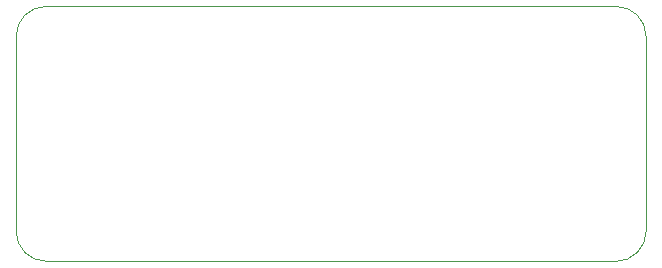
<source format=gbr>
G04 #@! TF.GenerationSoftware,KiCad,Pcbnew,(5.1.0-1220-ga833aeeac)*
G04 #@! TF.CreationDate,2019-07-18T01:02:23+03:00*
G04 #@! TF.ProjectId,proto_II_rs485,70726f74-6f5f-4494-995f-72733438352e,rev?*
G04 #@! TF.SameCoordinates,Original*
G04 #@! TF.FileFunction,Profile,NP*
%FSLAX46Y46*%
G04 Gerber Fmt 4.6, Leading zero omitted, Abs format (unit mm)*
G04 Created by KiCad (PCBNEW (5.1.0-1220-ga833aeeac)) date 2019-07-18 01:02:23*
%MOMM*%
%LPD*%
G04 APERTURE LIST*
%ADD10C,0.050000*%
G04 APERTURE END LIST*
D10*
X78040000Y-61530000D02*
G75*
G02X75500000Y-64070000I-2540000J0D01*
G01*
X75500000Y-42480000D02*
G75*
G02X78040000Y-45020000I0J-2540000D01*
G01*
X27240000Y-64070000D02*
G75*
G02X24700000Y-61530000I0J2540000D01*
G01*
X24700000Y-45020000D02*
G75*
G02X27240000Y-42480000I2540000J0D01*
G01*
X75500000Y-42480000D02*
X27240000Y-42480000D01*
X78040000Y-61530000D02*
X78040000Y-45020000D01*
X27240000Y-64070000D02*
X75500000Y-64070000D01*
X24700000Y-45020000D02*
X24700000Y-61530000D01*
M02*

</source>
